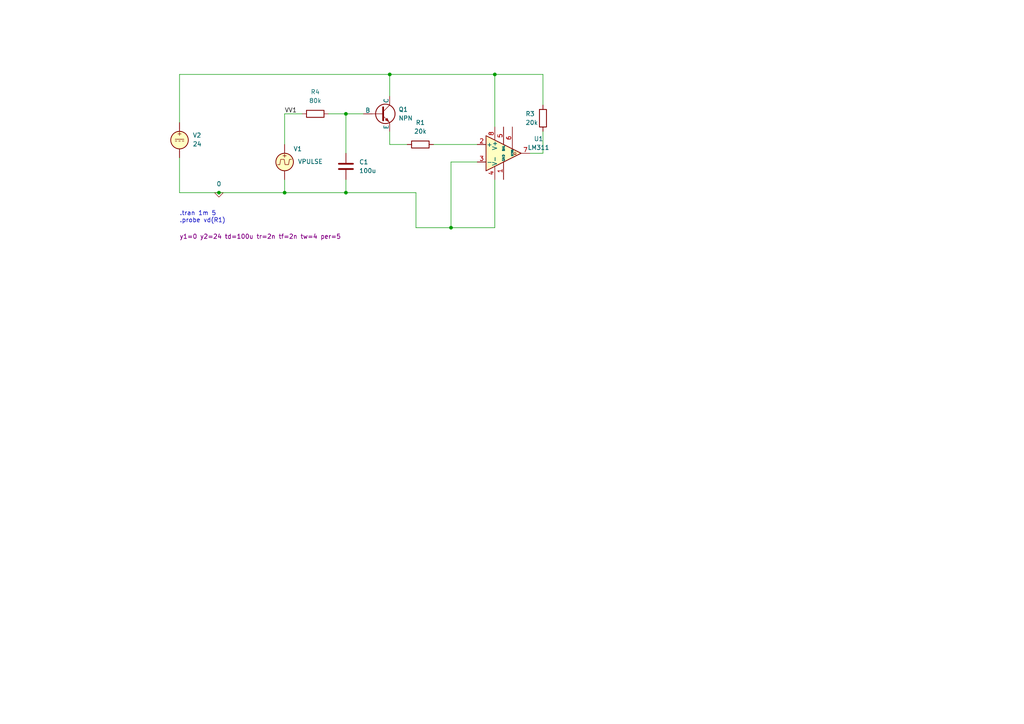
<source format=kicad_sch>
(kicad_sch (version 20230121) (generator eeschema)
  (paper "A4")
  (lib_symbols
    (symbol "Comparator:LM311" (pin_names (offset 0.127))
      (property "Reference" "U" (at 3.81 6.35 0))
      (property "Value" "LM311" (at 3.81 3.81 0))
      (symbol "LM311_0_1"
        (polyline (pts (xy 5.08 0) (xy -5.08 5.08) (xy -5.08 -5.08) (xy 5.08 0)) (stroke (width 0.254)) (fill (type background)))
        (polyline (pts (xy 3.683 -0.381) (xy 3.302 -0.381) (xy 3.683 0) (xy 3.302 0.381) (xy 2.921 0) (xy 3.302 -0.381) (xy 2.921 -0.381)) (stroke (width 0.127)))
      )
      (symbol "LM311_1_1"
        (pin passive line (at 0 -7.62 90) (length 5.08) (name "GND") (number "1"))
        (pin input line (at -7.62 2.54 0) (length 2.54) (name "+") (number "2"))
        (pin input line (at -7.62 -2.54 0) (length 2.54) (name "-") (number "3"))
        (pin power_in line (at -2.54 -7.62 90) (length 3.81) (name "V-") (number "4"))
        (pin input line (at 0 7.62 270) (length 5.08) (name "BAL") (number "5"))
        (pin input line (at 2.54 7.62 270) (length 6.35) (name "STRB") (number "6"))
        (pin open_collector line (at 7.62 0 180) (length 2.54) (name "~") (number "7"))
        (pin power_in line (at -2.54 7.62 270) (length 3.81) (name "V+") (number "8"))
      )
    )
    (symbol "Device:C" (pin_numbers hide) (pin_names (offset 0.254))
      (property "Reference" "C" (at 0.635 2.54 0))
      (property "Value" "C" (at 0.635 -2.54 0))
      (symbol "C_0_1"
        (polyline (pts (xy -2.032 -0.762) (xy 2.032 -0.762)) (stroke (width 0.508)))
        (polyline (pts (xy -2.032 0.762) (xy 2.032 0.762)) (stroke (width 0.508)))
      )
      (symbol "C_1_1"
        (pin passive line (at 0 3.81 270) (length 2.794) (name "~") (number "1"))
        (pin passive line (at 0 -3.81 90) (length 2.794) (name "~") (number "2"))
      )
    )
    (symbol "Device:R" (pin_numbers hide) (pin_names (offset 0))
      (property "Reference" "R" (at 2.032 0 90))
      (property "Value" "R" (at 0 0 90))
      (symbol "R_0_1"
        (rectangle (start -1.016 -2.54) (end 1.016 2.54) (stroke (width 0.254)))
      )
      (symbol "R_1_1"
        (pin passive line (at 0 3.81 270) (length 1.27) (name "~") (number "1"))
        (pin passive line (at 0 -3.81 90) (length 1.27) (name "~") (number "2"))
      )
    )
    (symbol "Simulation_SPICE:0" (power) (pin_names (offset 0))
      (property "Value" "0" (at 0 -1.778 0))
      (symbol "0_0_1"
        (polyline (pts (xy -1.27 0) (xy 0 -1.27) (xy 1.27 0) (xy -1.27 0)))
      )
      (symbol "0_1_1"
        (pin power_in line (at 0 0 0) (length 0) hide (name "0") (number "1"))
      )
    )
    (symbol "Simulation_SPICE:NPN" (pin_numbers hide) (pin_names (offset 0))
      (property "Reference" "Q" (at -2.54 7.62 0))
      (property "Value" "NPN" (at -2.54 5.08 0))
      (symbol "NPN_0_1"
        (polyline (pts (xy -2.54 0) (xy 0.635 0)) (stroke (width 0.1524)))
        (polyline (pts (xy 0.635 0.635) (xy 2.54 2.54)))
        (polyline (pts (xy 2.794 -1.27) (xy 2.794 -1.27)) (stroke (width 0.1524)))
        (polyline (pts (xy 2.794 -1.27) (xy 2.794 -1.27)) (stroke (width 0.1524)))
        (polyline (pts (xy 0.635 -0.635) (xy 2.54 -2.54) (xy 2.54 -2.54)))
        (polyline (pts (xy 0.635 1.905) (xy 0.635 -1.905) (xy 0.635 -1.905)) (stroke (width 0.508)))
        (polyline (pts (xy 1.27 -1.778) (xy 1.778 -1.27) (xy 2.286 -2.286) (xy 1.27 -1.778) (xy 1.27 -1.778)) (fill (type outline)))
        (circle (center 1.27 0) (radius 2.8194) (stroke (width 0.254)))
      )
      (symbol "NPN_1_1"
        (pin open_collector line (at 2.54 5.08 270) (length 2.54) (name "C") (number "1"))
        (pin input line (at -5.08 0 0) (length 2.54) (name "B") (number "2"))
        (pin open_emitter line (at 2.54 -5.08 90) (length 2.54) (name "E") (number "3"))
      )
    )
    (symbol "Simulation_SPICE:VDC" (pin_numbers hide) (pin_names (offset 0.0254))
      (property "Reference" "V" (at 2.54 2.54 0))
      (property "Value" "1" (at 2.54 0 0))
      (symbol "VDC_0_0"
        (polyline (pts (xy -1.27 0.254) (xy 1.27 0.254)))
        (polyline (pts (xy -0.762 -0.254) (xy -1.27 -0.254)))
        (polyline (pts (xy 0.254 -0.254) (xy -0.254 -0.254)))
        (polyline (pts (xy 1.27 -0.254) (xy 0.762 -0.254)))
        (text "+" (at 0 1.905 0) (effects (font (size 1.27 1.27))))
      )
      (symbol "VDC_0_1"
        (circle (center 0 0) (radius 2.54) (stroke (width 0.254)) (fill (type background)))
      )
      (symbol "VDC_1_1"
        (pin passive line (at 0 5.08 270) (length 2.54) (name "~") (number "1"))
        (pin passive line (at 0 -5.08 90) (length 2.54) (name "~") (number "2"))
      )
    )
    (symbol "Simulation_SPICE:VPULSE" (pin_numbers hide) (pin_names (offset 0.0254))
      (property "Reference" "V" (at 2.54 2.54 0))
      (property "Value" "VPULSE" (at 2.54 0 0))
      (property "Sim.Params" "y1=0 y2=1 td=2n tr=2n tf=2n tw=50n per=100n" (at 2.54 -2.54 0))
      (symbol "VPULSE_0_0"
        (polyline (pts (xy -2.032 -0.762) (xy -1.397 -0.762) (xy -1.143 0.762) (xy -0.127 0.762) (xy 0.127 -0.762) (xy 1.143 -0.762) (xy 1.397 0.762) (xy 2.032 0.762)))
        (text "+" (at 0 1.905 0) (effects (font (size 1.27 1.27))))
      )
      (symbol "VPULSE_0_1"
        (circle (center 0 0) (radius 2.54) (stroke (width 0.254)) (fill (type background)))
      )
      (symbol "VPULSE_1_1"
        (pin passive line (at 0 5.08 270) (length 2.54) (name "~") (number "1"))
        (pin passive line (at 0 -5.08 90) (length 2.54) (name "~") (number "2"))
      )
    )
  )
  (junction (at 82.55 55.88))
  (junction (at 130.81 66.04))
  (junction (at 100.33 55.88))
  (junction (at 113.03 21.59))
  (junction (at 143.51 21.59))
  (junction (at 100.33 33.02))
  (junction (at 63.5 55.88))
  (wire (pts (xy 82.55 55.88) (xy 100.33 55.88)))
  (wire (pts (xy 120.65 66.04) (xy 120.65 55.88)))
  (wire (pts (xy 82.55 33.02) (xy 82.55 41.91)))
  (wire (pts (xy 113.03 21.59) (xy 143.51 21.59)))
  (wire (pts (xy 130.81 46.99) (xy 138.43 46.99)))
  (wire (pts (xy 157.48 38.1) (xy 157.48 44.45)))
  (wire (pts (xy 82.55 33.02) (xy 87.63 33.02)))
  (wire (pts (xy 113.03 21.59) (xy 113.03 27.94)))
  (wire (pts (xy 130.81 66.04) (xy 143.51 66.04)))
  (wire (pts (xy 95.25 33.02) (xy 100.33 33.02)))
  (wire (pts (xy 63.5 55.88) (xy 82.55 55.88)))
  (wire (pts (xy 82.55 52.07) (xy 82.55 55.88)))
  (wire (pts (xy 52.07 45.72) (xy 52.07 55.88)))
  (wire (pts (xy 52.07 21.59) (xy 113.03 21.59)))
  (wire (pts (xy 125.73 41.91) (xy 138.43 41.91)))
  (wire (pts (xy 157.48 44.45) (xy 153.67 44.45)))
  (wire (pts (xy 143.51 36.83) (xy 143.51 21.59)))
  (wire (pts (xy 100.33 52.07) (xy 100.33 55.88)))
  (wire (pts (xy 113.03 41.91) (xy 118.11 41.91)))
  (wire (pts (xy 52.07 35.56) (xy 52.07 21.59)))
  (wire (pts (xy 157.48 21.59) (xy 143.51 21.59)))
  (wire (pts (xy 143.51 52.07) (xy 143.51 66.04)))
  (wire (pts (xy 113.03 38.1) (xy 113.03 41.91)))
  (wire (pts (xy 100.33 33.02) (xy 105.41 33.02)))
  (wire (pts (xy 157.48 30.48) (xy 157.48 21.59)))
  (wire (pts (xy 130.81 46.99) (xy 130.81 66.04)))
  (wire (pts (xy 120.65 66.04) (xy 130.81 66.04)))
  (wire (pts (xy 100.33 55.88) (xy 120.65 55.88)))
  (wire (pts (xy 52.07 55.88) (xy 63.5 55.88)))
  (wire (pts (xy 100.33 33.02) (xy 100.33 44.45)))
  (text ".tran 1m 5\n.probe vd(R1)" (at 52.07 64.77 0) (effects (font (size 1.27 1.27)) (justify left bottom)))
  (label "VV1" (at 82.55 33.02 0))
  (symbol (lib_id "Device:R") (at 91.44 33.02 270) (unit 1)
    (property "Reference" "R4" (at 91.44 26.67 90))
    (property "Value" "80k" (at 91.44 29.21 90))
  )
  (symbol (lib_id "Simulation_SPICE:VDC") (at 52.07 40.64 0) (unit 1)
    (property "Reference" "V2" (at 55.88 39.2402 0) (effects (justify left)))
    (property "Value" "24" (at 55.88 41.7802 0) (effects (justify left)))
    (property "Sim.Pins" "1=+ 2=-" (effects hide))
    (property "Sim.Type" "DC" (effects hide))
    (property "Sim.Device" "V" (effects hide))
  )
  (symbol (lib_id "Comparator:LM311") (at 146.05 44.45 0) (unit 1)
    (property "Reference" "U1" (at 156.21 40.2591 0))
    (property "Value" "LM311" (at 156.21 42.7991 0))
    (property "Datasheet" "https://www.st.com/resource/en/datasheet/lm311.pdf" (effects hide))
    (property "Sim.Library" "slcm011a/lm311.lib" (effects hide))
    (property "Sim.Name" "LM311" (effects hide))
    (property "Sim.Device" "SUBCKT" (effects hide))
    (property "Sim.Pins" "1=IN+ 2=IN- 3=VCC+ 4=VCC- 5=STROB 6=COL_OUT 7=EMIT_OUT" (effects hide))
  )
  (symbol (lib_id "Device:C") (at 100.33 48.26 0) (unit 1)
    (property "Reference" "C1" (at 104.14 46.99 0) (effects (justify left)))
    (property "Value" "100u" (at 104.14 49.53 0) (effects (justify left)))
  )
  (symbol (lib_id "Device:R") (at 121.92 41.91 90) (unit 1)
    (property "Reference" "R1" (at 121.92 35.56 90))
    (property "Value" "20k" (at 121.92 38.1 90))
  )
  (symbol (lib_id "Device:R") (at 157.48 34.29 0) (unit 1)
    (property "Reference" "R3" (at 152.4 33.02 0) (effects (justify left)))
    (property "Value" "20k" (at 152.4 35.56 0) (effects (justify left)))
  )
  (symbol (lib_id "Simulation_SPICE:VPULSE") (at 82.55 46.99 0) (unit 1)
    (property "Reference" "V1" (at 85.09 43.18 0) (effects (justify left)))
    (property "Value" "VPULSE" (at 86.36 46.8602 0) (effects (justify left)))
    (property "Sim.Pins" "1=+ 2=-" (effects hide))
    (property "Sim.Type" "PULSE" (effects hide))
    (property "Sim.Device" "V" (effects hide))
    (property "Sim.Params" "y1=0 y2=24 td=100u tr=2n tf=2n tw=4 per=5" (at 52.07 68.58 0) (effects (justify left)))
  )
  (symbol (lib_id "Simulation_SPICE:NPN") (at 110.49 33.02 0) (unit 1)
    (property "Reference" "Q1" (at 115.57 31.75 0) (effects (justify left)))
    (property "Value" "NPN" (at 115.57 34.29 0) (effects (justify left)))
    (property "Sim.Device" "NPN" (effects hide))
    (property "Sim.Type" "GUMMELPOON" (effects hide))
    (property "Sim.Pins" "1=C 2=B 3=E" (effects hide))
  )
  (symbol (lib_id "Simulation_SPICE:0") (at 63.5 55.88 0) (unit 1)
    (property "Reference" "#GND01" (effects hide))
    (property "Value" "0" (at 63.5 53.34 0))
  )
)
</source>
